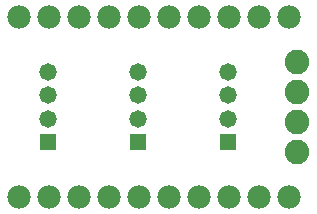
<source format=gbs>
G75*
%MOIN*%
%OFA0B0*%
%FSLAX25Y25*%
%IPPOS*%
%LPD*%
%AMOC8*
5,1,8,0,0,1.08239X$1,22.5*
%
%ADD10C,0.07800*%
%ADD11R,0.05800X0.05800*%
%ADD12C,0.05800*%
%ADD13C,0.08200*%
D10*
X0011800Y0023933D03*
X0021800Y0023933D03*
X0031800Y0023933D03*
X0041800Y0023933D03*
X0051800Y0023933D03*
X0061800Y0023933D03*
X0071800Y0023933D03*
X0081800Y0023933D03*
X0091800Y0023933D03*
X0101800Y0023933D03*
X0101800Y0084033D03*
X0091800Y0084033D03*
X0081800Y0084033D03*
X0071800Y0084033D03*
X0061800Y0084033D03*
X0051800Y0084033D03*
X0041800Y0084033D03*
X0031800Y0084033D03*
X0021800Y0084033D03*
X0011800Y0084033D03*
D11*
X0021400Y0042172D03*
X0051400Y0042172D03*
X0081400Y0042172D03*
D12*
X0081400Y0050046D03*
X0081400Y0057920D03*
X0081400Y0065794D03*
X0051400Y0065794D03*
X0051400Y0057920D03*
X0051400Y0050046D03*
X0021400Y0050046D03*
X0021400Y0057920D03*
X0021400Y0065794D03*
D13*
X0104400Y0068983D03*
X0104400Y0058983D03*
X0104400Y0048983D03*
X0104400Y0038983D03*
M02*

</source>
